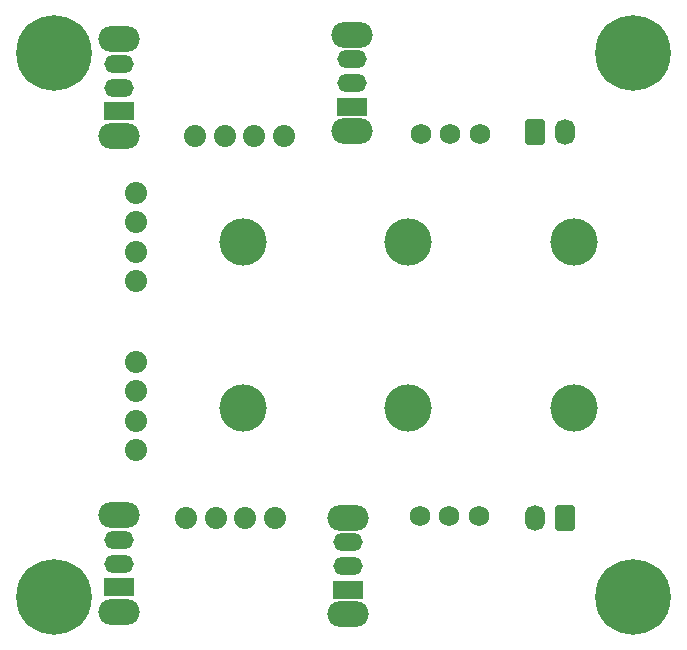
<source format=gbr>
%TF.GenerationSoftware,KiCad,Pcbnew,9.0.4*%
%TF.CreationDate,2025-09-20T10:38:11-05:00*%
%TF.ProjectId,Scrutineering,53637275-7469-46e6-9565-72696e672e6b,rev?*%
%TF.SameCoordinates,Original*%
%TF.FileFunction,Copper,L2,Bot*%
%TF.FilePolarity,Positive*%
%FSLAX46Y46*%
G04 Gerber Fmt 4.6, Leading zero omitted, Abs format (unit mm)*
G04 Created by KiCad (PCBNEW 9.0.4) date 2025-09-20 10:38:11*
%MOMM*%
%LPD*%
G01*
G04 APERTURE LIST*
G04 Aperture macros list*
%AMRoundRect*
0 Rectangle with rounded corners*
0 $1 Rounding radius*
0 $2 $3 $4 $5 $6 $7 $8 $9 X,Y pos of 4 corners*
0 Add a 4 corners polygon primitive as box body*
4,1,4,$2,$3,$4,$5,$6,$7,$8,$9,$2,$3,0*
0 Add four circle primitives for the rounded corners*
1,1,$1+$1,$2,$3*
1,1,$1+$1,$4,$5*
1,1,$1+$1,$6,$7*
1,1,$1+$1,$8,$9*
0 Add four rect primitives between the rounded corners*
20,1,$1+$1,$2,$3,$4,$5,0*
20,1,$1+$1,$4,$5,$6,$7,0*
20,1,$1+$1,$6,$7,$8,$9,0*
20,1,$1+$1,$8,$9,$2,$3,0*%
G04 Aperture macros list end*
%TA.AperFunction,ComponentPad*%
%ADD10RoundRect,0.250000X-0.600000X0.850000X-0.600000X-0.850000X0.600000X-0.850000X0.600000X0.850000X0*%
%TD*%
%TA.AperFunction,ComponentPad*%
%ADD11O,1.700000X2.200000*%
%TD*%
%TA.AperFunction,ComponentPad*%
%ADD12C,1.752600*%
%TD*%
%TA.AperFunction,ComponentPad*%
%ADD13C,4.000000*%
%TD*%
%TA.AperFunction,ComponentPad*%
%ADD14O,3.500000X2.200000*%
%TD*%
%TA.AperFunction,ComponentPad*%
%ADD15R,2.500000X1.500000*%
%TD*%
%TA.AperFunction,ComponentPad*%
%ADD16O,2.500000X1.500000*%
%TD*%
%TA.AperFunction,ComponentPad*%
%ADD17C,1.875000*%
%TD*%
%TA.AperFunction,ComponentPad*%
%ADD18RoundRect,0.250000X0.600000X-0.850000X0.600000X0.850000X-0.600000X0.850000X-0.600000X-0.850000X0*%
%TD*%
%TA.AperFunction,ComponentPad*%
%ADD19C,3.600000*%
%TD*%
%TA.AperFunction,ConnectorPad*%
%ADD20C,6.400000*%
%TD*%
G04 APERTURE END LIST*
D10*
%TO.P,J13,1,Pin_1*%
%TO.N,/scrut+*%
X137250000Y-94860000D03*
D11*
%TO.P,J13,2,Pin_2*%
%TO.N,/scrut-*%
X134750000Y-94860000D03*
%TD*%
D12*
%TO.P,J11,1,Pin_1*%
%TO.N,/VDDA_7*%
X129966600Y-94691895D03*
%TO.P,J11,2,Pin_2*%
%TO.N,/scrutTemp7*%
X127466600Y-94691895D03*
%TO.P,J11,3,Pin_3*%
%TO.N,/GNDA_7*%
X124966600Y-94691895D03*
%TD*%
D13*
%TO.P,J10,1,Pin_1*%
%TO.N,/scrut-*%
X138000000Y-85500000D03*
%TD*%
D14*
%TO.P,VOLT2,*%
%TO.N,*%
X99500000Y-102808106D03*
X99500000Y-94608106D03*
D15*
%TO.P,VOLT2,1,A*%
%TO.N,/voltTap8*%
X99500000Y-100708106D03*
D16*
%TO.P,VOLT2,2,B*%
%TO.N,/inputVolt8*%
X99500000Y-98708106D03*
%TO.P,VOLT2,3,C*%
%TO.N,/scrutVolt8*%
X99500000Y-96708106D03*
%TD*%
D17*
%TO.P,J4,1,Pin_1*%
%TO.N,/GNDA_8*%
X105940000Y-62451000D03*
%TO.P,J4,2,Pin_2*%
%TO.N,/inputTemp8*%
X108440000Y-62451000D03*
%TO.P,J4,3,Pin_3*%
%TO.N,/rawTemp8*%
X110940000Y-62451000D03*
%TO.P,J4,4,Pin_4*%
%TO.N,/VDDA_8*%
X113440000Y-62451000D03*
%TD*%
%TO.P,J2,1,Pin_1*%
%TO.N,/GND_Seg8*%
X100951000Y-89118106D03*
%TO.P,J2,2,Pin_2*%
%TO.N,/inputVolt8*%
X100951000Y-86618106D03*
%TO.P,J2,3,Pin_3*%
%TO.N,unconnected-(J2-Pin_3-Pad3)*%
X100951000Y-84118106D03*
%TO.P,J2,4,Pin_4*%
%TO.N,/voltTap8*%
X100951000Y-81618106D03*
%TD*%
D13*
%TO.P,J8,1,Pin_1*%
%TO.N,/scrutVolt8*%
X110000000Y-85500000D03*
%TD*%
%TO.P,J6,1,Pin_1*%
%TO.N,/GND_Seg8*%
X124000000Y-85500000D03*
%TD*%
%TO.P,J5,1,Pin_1*%
%TO.N,/GND_Seg7*%
X124000000Y-71500000D03*
%TD*%
D18*
%TO.P,J14,1,Pin_1*%
%TO.N,/scrut-*%
X134750000Y-62140000D03*
D11*
%TO.P,J14,2,Pin_2*%
%TO.N,/scrut+*%
X137250000Y-62140000D03*
%TD*%
D19*
%TO.P,MH2,1,1*%
%TO.N,unconnected-(MH2-Pad1)*%
X94000000Y-101500000D03*
D20*
%TO.N,unconnected-(MH2-Pad1)_2*%
X94000000Y-101500000D03*
%TD*%
D14*
%TO.P,VOLT1,*%
%TO.N,*%
X99500000Y-62500000D03*
X99500000Y-54300000D03*
D15*
%TO.P,VOLT1,1,A*%
%TO.N,/voltTap7*%
X99500000Y-60400000D03*
D16*
%TO.P,VOLT1,2,B*%
%TO.N,/inputVolt7*%
X99500000Y-58400000D03*
%TO.P,VOLT1,3,C*%
%TO.N,/scrutVolt7*%
X99500000Y-56400000D03*
%TD*%
D17*
%TO.P,J3,1,Pin_1*%
%TO.N,/GNDA_7*%
X112670000Y-94820000D03*
%TO.P,J3,2,Pin_2*%
%TO.N,/inputTemp7*%
X110170000Y-94820000D03*
%TO.P,J3,3,Pin_3*%
%TO.N,/rawTemp7*%
X107670000Y-94820000D03*
%TO.P,J3,4,Pin_4*%
%TO.N,/VDDA_7*%
X105170000Y-94820000D03*
%TD*%
D19*
%TO.P,MH1,1,1*%
%TO.N,unconnected-(MH1-Pad1)_1*%
X94000000Y-55500000D03*
D20*
%TO.N,unconnected-(MH1-Pad1)_2*%
X94000000Y-55500000D03*
%TD*%
D12*
%TO.P,J12,1,Pin_1*%
%TO.N,/VDDA_8*%
X125033400Y-62308106D03*
%TO.P,J12,2,Pin_2*%
%TO.N,/scrutTemp8*%
X127533400Y-62308106D03*
%TO.P,J12,3,Pin_3*%
%TO.N,/GNDA_8*%
X130033400Y-62308106D03*
%TD*%
D14*
%TO.P,TEMP2,*%
%TO.N,*%
X119250000Y-62100000D03*
X119250000Y-53900000D03*
D15*
%TO.P,TEMP2,1,A*%
%TO.N,/rawTemp8*%
X119250000Y-60000000D03*
D16*
%TO.P,TEMP2,2,B*%
%TO.N,/inputTemp8*%
X119250000Y-58000000D03*
%TO.P,TEMP2,3,C*%
%TO.N,/scrutTemp8*%
X119250000Y-56000000D03*
%TD*%
D19*
%TO.P,MH4,1,1*%
%TO.N,unconnected-(MH4-Pad1)*%
X143000000Y-101500000D03*
D20*
%TO.N,unconnected-(MH4-Pad1)_1*%
X143000000Y-101500000D03*
%TD*%
D13*
%TO.P,J9,1,Pin_1*%
%TO.N,/scrut+*%
X138000000Y-71500000D03*
%TD*%
D14*
%TO.P,TEMP1,*%
%TO.N,*%
X118860000Y-103000000D03*
X118860000Y-94800000D03*
D15*
%TO.P,TEMP1,1,A*%
%TO.N,/rawTemp7*%
X118860000Y-100900000D03*
D16*
%TO.P,TEMP1,2,B*%
%TO.N,/inputTemp7*%
X118860000Y-98900000D03*
%TO.P,TEMP1,3,C*%
%TO.N,/scrutTemp7*%
X118860000Y-96900000D03*
%TD*%
D17*
%TO.P,J1,1,Pin_1*%
%TO.N,/GND_Seg7*%
X100951000Y-74810000D03*
%TO.P,J1,2,Pin_2*%
%TO.N,/inputVolt7*%
X100951000Y-72310000D03*
%TO.P,J1,3,Pin_3*%
%TO.N,unconnected-(J1-Pin_3-Pad3)*%
X100951000Y-69810000D03*
%TO.P,J1,4,Pin_4*%
%TO.N,/voltTap7*%
X100951000Y-67310000D03*
%TD*%
D13*
%TO.P,J7,1,Pin_1*%
%TO.N,/scrutVolt7*%
X110000000Y-71500000D03*
%TD*%
D19*
%TO.P,MH3,1,1*%
%TO.N,unconnected-(MH3-Pad1)_1*%
X143000000Y-55500000D03*
D20*
%TO.N,unconnected-(MH3-Pad1)*%
X143000000Y-55500000D03*
%TD*%
M02*

</source>
